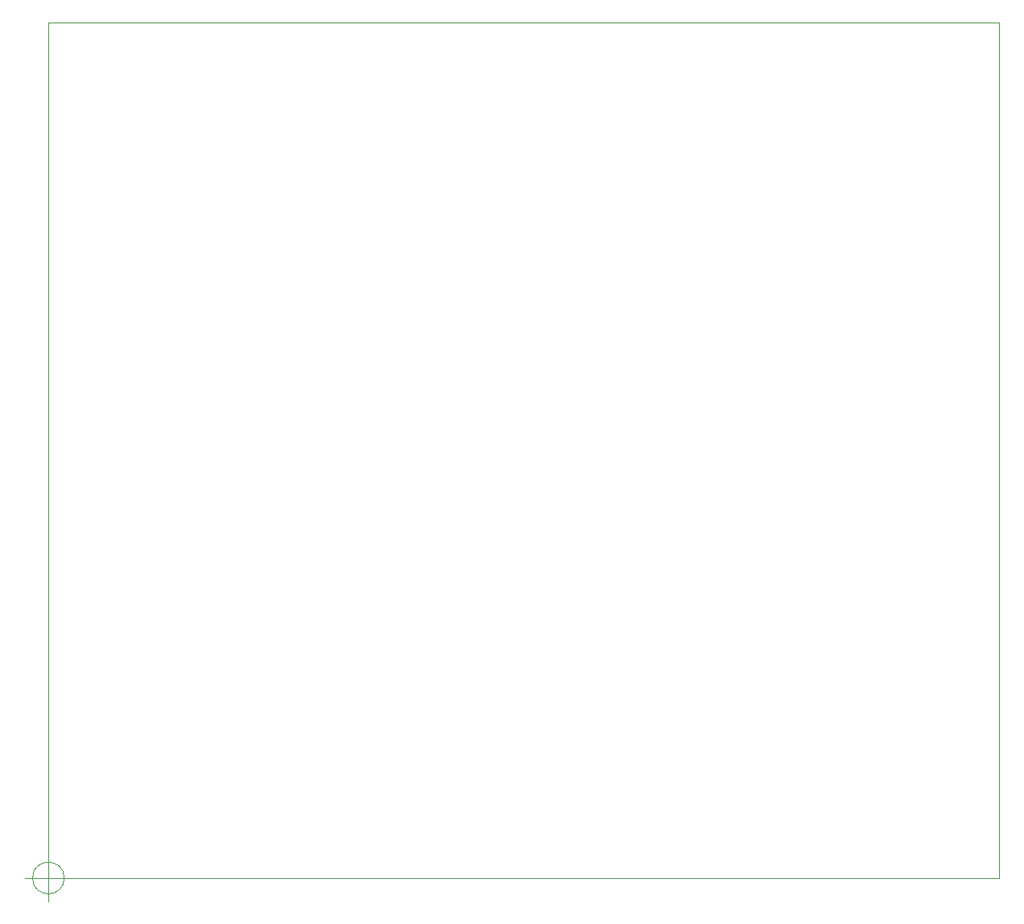
<source format=gbr>
G04 #@! TF.GenerationSoftware,KiCad,Pcbnew,5.99.0-unknown-281d77f~100~ubuntu18.04.1*
G04 #@! TF.CreationDate,2019-10-03T19:58:35+05:30*
G04 #@! TF.ProjectId,Spot_Welder,53706f74-5f57-4656-9c64-65722e6b6963,rev?*
G04 #@! TF.SameCoordinates,Original*
G04 #@! TF.FileFunction,Profile,NP*
%FSLAX46Y46*%
G04 Gerber Fmt 4.6, Leading zero omitted, Abs format (unit mm)*
G04 Created by KiCad (PCBNEW 5.99.0-unknown-281d77f~100~ubuntu18.04.1) date 2019-10-03 19:58:35*
%MOMM*%
%LPD*%
G04 APERTURE LIST*
%ADD10C,0.050000*%
G04 APERTURE END LIST*
D10*
X81666666Y-180000000D02*
G75*
G03X81666666Y-180000000I-1666666J0D01*
G01*
X77500000Y-180000000D02*
X82500000Y-180000000D01*
X80000000Y-177500000D02*
X80000000Y-182500000D01*
X81666666Y-180000000D02*
G75*
G03X81666666Y-180000000I-1666666J0D01*
G01*
X77500000Y-180000000D02*
X82500000Y-180000000D01*
X80000000Y-177500000D02*
X80000000Y-182500000D01*
X81666666Y-180000000D02*
G75*
G03X81666666Y-180000000I-1666666J0D01*
G01*
X77500000Y-180000000D02*
X82500000Y-180000000D01*
X80000000Y-177500000D02*
X80000000Y-182500000D01*
X81666666Y-180000000D02*
G75*
G03X81666666Y-180000000I-1666666J0D01*
G01*
X77500000Y-180000000D02*
X82500000Y-180000000D01*
X80000000Y-177500000D02*
X80000000Y-182500000D01*
X80000000Y-180000000D02*
X80000000Y-90000000D01*
X180000000Y-180000000D02*
X80000000Y-180000000D01*
X180000000Y-90000000D02*
X180000000Y-180000000D01*
X80000000Y-90000000D02*
X180000000Y-90000000D01*
M02*

</source>
